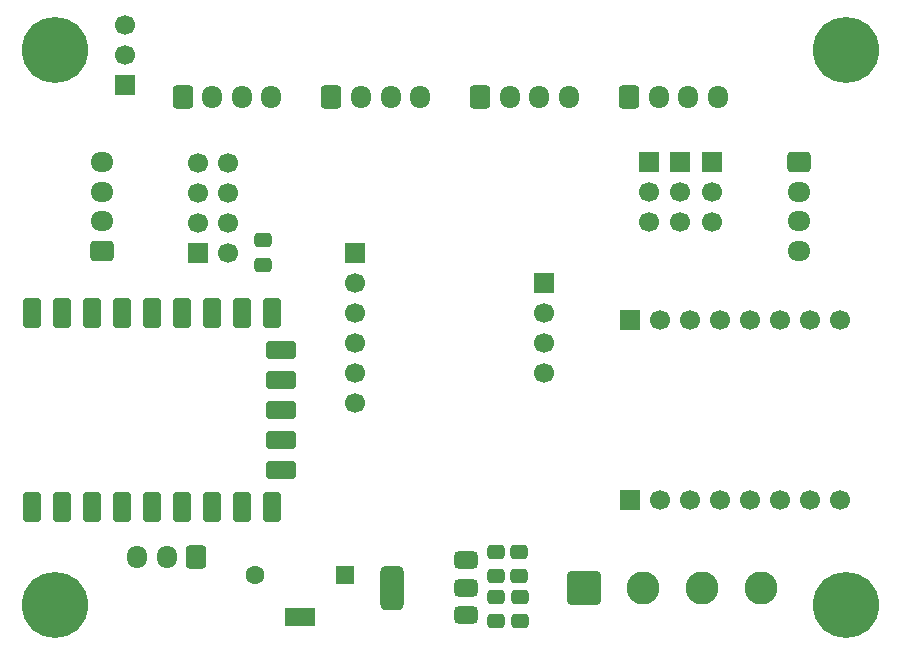
<source format=gbr>
%TF.GenerationSoftware,KiCad,Pcbnew,9.0.2*%
%TF.CreationDate,2025-07-15T20:25:20+05:30*%
%TF.ProjectId,peripherals-board-v2,70657269-7068-4657-9261-6c732d626f61,2*%
%TF.SameCoordinates,Original*%
%TF.FileFunction,Soldermask,Top*%
%TF.FilePolarity,Negative*%
%FSLAX46Y46*%
G04 Gerber Fmt 4.6, Leading zero omitted, Abs format (unit mm)*
G04 Created by KiCad (PCBNEW 9.0.2) date 2025-07-15 20:25:20*
%MOMM*%
%LPD*%
G01*
G04 APERTURE LIST*
G04 Aperture macros list*
%AMRoundRect*
0 Rectangle with rounded corners*
0 $1 Rounding radius*
0 $2 $3 $4 $5 $6 $7 $8 $9 X,Y pos of 4 corners*
0 Add a 4 corners polygon primitive as box body*
4,1,4,$2,$3,$4,$5,$6,$7,$8,$9,$2,$3,0*
0 Add four circle primitives for the rounded corners*
1,1,$1+$1,$2,$3*
1,1,$1+$1,$4,$5*
1,1,$1+$1,$6,$7*
1,1,$1+$1,$8,$9*
0 Add four rect primitives between the rounded corners*
20,1,$1+$1,$2,$3,$4,$5,0*
20,1,$1+$1,$4,$5,$6,$7,0*
20,1,$1+$1,$6,$7,$8,$9,0*
20,1,$1+$1,$8,$9,$2,$3,0*%
%AMFreePoly0*
4,1,6,1.000000,0.000000,0.500000,-0.750000,-0.500000,-0.750000,-0.500000,0.750000,0.500000,0.750000,1.000000,0.000000,1.000000,0.000000,$1*%
%AMFreePoly1*
4,1,6,0.500000,-0.750000,-0.650000,-0.750000,-0.150000,0.000000,-0.650000,0.750000,0.500000,0.750000,0.500000,-0.750000,0.500000,-0.750000,$1*%
G04 Aperture macros list end*
%ADD10RoundRect,0.250000X0.725000X-0.600000X0.725000X0.600000X-0.725000X0.600000X-0.725000X-0.600000X0*%
%ADD11O,1.950000X1.700000*%
%ADD12C,3.600000*%
%ADD13C,5.600000*%
%ADD14RoundRect,0.250000X-0.600000X-0.725000X0.600000X-0.725000X0.600000X0.725000X-0.600000X0.725000X0*%
%ADD15O,1.700000X1.950000*%
%ADD16RoundRect,0.250000X-0.475000X0.337500X-0.475000X-0.337500X0.475000X-0.337500X0.475000X0.337500X0*%
%ADD17RoundRect,0.250000X-0.725000X0.600000X-0.725000X-0.600000X0.725000X-0.600000X0.725000X0.600000X0*%
%ADD18RoundRect,0.400000X0.400000X-0.900000X0.400000X0.900000X-0.400000X0.900000X-0.400000X-0.900000X0*%
%ADD19RoundRect,0.400050X0.400050X-0.899950X0.400050X0.899950X-0.400050X0.899950X-0.400050X-0.899950X0*%
%ADD20RoundRect,0.400000X0.900000X-0.400000X0.900000X0.400000X-0.900000X0.400000X-0.900000X-0.400000X0*%
%ADD21RoundRect,0.393700X0.906300X-0.393700X0.906300X0.393700X-0.906300X0.393700X-0.906300X-0.393700X0*%
%ADD22R,1.700000X1.700000*%
%ADD23C,1.700000*%
%ADD24RoundRect,0.250001X-1.149999X-1.149999X1.149999X-1.149999X1.149999X1.149999X-1.149999X1.149999X0*%
%ADD25C,2.800000*%
%ADD26FreePoly0,180.000000*%
%ADD27FreePoly1,180.000000*%
%ADD28RoundRect,0.375000X0.625000X0.375000X-0.625000X0.375000X-0.625000X-0.375000X0.625000X-0.375000X0*%
%ADD29RoundRect,0.500000X0.500000X1.400000X-0.500000X1.400000X-0.500000X-1.400000X0.500000X-1.400000X0*%
%ADD30RoundRect,0.250000X0.600000X0.725000X-0.600000X0.725000X-0.600000X-0.725000X0.600000X-0.725000X0*%
%ADD31RoundRect,0.250000X0.550000X0.550000X-0.550000X0.550000X-0.550000X-0.550000X0.550000X-0.550000X0*%
%ADD32C,1.600000*%
G04 APERTURE END LIST*
%TO.C,JP1*%
G36*
X65005000Y-99745000D02*
G01*
X62555000Y-99745000D01*
X62555000Y-98245000D01*
X65005000Y-98245000D01*
X65005000Y-99745000D01*
G37*
%TD*%
D10*
%TO.C,J7*%
X46995000Y-68000000D03*
D11*
X46995000Y-65500000D03*
X46995000Y-63000000D03*
X46995000Y-60500000D03*
%TD*%
D12*
%TO.C,REF\u002A\u002A*%
X43000000Y-51000000D03*
D13*
X43000000Y-51000000D03*
%TD*%
D14*
%TO.C,J3*%
X91650000Y-55000000D03*
D15*
X94150000Y-55000000D03*
X96650000Y-55000000D03*
X99150000Y-55000000D03*
%TD*%
D16*
%TO.C,C3*%
X82335000Y-93457500D03*
X82335000Y-95532500D03*
%TD*%
D12*
%TO.C,REF\u002A\u002A*%
X110000000Y-98000000D03*
D13*
X110000000Y-98000000D03*
%TD*%
D17*
%TO.C,J6*%
X106000000Y-60490000D03*
D11*
X106000000Y-62990000D03*
X106000000Y-65490000D03*
X106000000Y-67990000D03*
%TD*%
D16*
%TO.C,C4*%
X82425000Y-97257500D03*
X82425000Y-99332500D03*
%TD*%
D18*
%TO.C,RZ1*%
X41086839Y-73210000D03*
X43626839Y-73210000D03*
X46166839Y-73210000D03*
X48706839Y-73210000D03*
X51246839Y-73210000D03*
D19*
X53786839Y-73210000D03*
X56326839Y-73210000D03*
X58866839Y-73210000D03*
X61406839Y-73210000D03*
D20*
X62216839Y-76350000D03*
D21*
X62216839Y-78890000D03*
X62216839Y-81430000D03*
X62216839Y-83970000D03*
X62216839Y-86510000D03*
D19*
X61406839Y-89650000D03*
X58866839Y-89650000D03*
X56326839Y-89650000D03*
X53786839Y-89650000D03*
X51246839Y-89650000D03*
X48706839Y-89650000D03*
X46166839Y-89650000D03*
X43626839Y-89650000D03*
X41086839Y-89650000D03*
%TD*%
D14*
%TO.C,J2*%
X79050000Y-54997500D03*
D15*
X81550000Y-54997500D03*
X84050000Y-54997500D03*
X86550000Y-54997500D03*
%TD*%
D16*
%TO.C,C5*%
X60685000Y-67077500D03*
X60685000Y-69152500D03*
%TD*%
D22*
%TO.C,U3*%
X91708200Y-89110000D03*
D23*
X94248200Y-89110000D03*
X96788200Y-89110000D03*
X99328200Y-89110000D03*
X101868200Y-89110000D03*
X104408200Y-89110000D03*
X106948200Y-89110000D03*
X109488200Y-89110000D03*
X109488200Y-73870000D03*
X106948200Y-73870000D03*
X104408200Y-73870000D03*
X101868200Y-73870000D03*
X99328200Y-73870000D03*
X96788200Y-73870000D03*
X94248200Y-73870000D03*
D22*
X91708200Y-73870000D03*
%TD*%
D12*
%TO.C,REF\u002A\u002A*%
X110000000Y-51000000D03*
D13*
X110000000Y-51000000D03*
%TD*%
D16*
%TO.C,C2*%
X80345000Y-97257500D03*
X80345000Y-99332500D03*
%TD*%
D24*
%TO.C,J1*%
X87850000Y-96500000D03*
D25*
X92850000Y-96500000D03*
X97850000Y-96500000D03*
X102850000Y-96500000D03*
%TD*%
D22*
%TO.C,U4*%
X68400000Y-68150000D03*
D23*
X68400000Y-70690000D03*
X68400000Y-73230000D03*
X68400000Y-75770000D03*
X68400000Y-78310000D03*
X68400000Y-80850000D03*
D22*
X84429320Y-70690000D03*
D23*
X84429320Y-73230000D03*
X84429320Y-75770000D03*
X84429320Y-78310000D03*
%TD*%
D26*
%TO.C,JP1*%
X64505000Y-98995000D03*
D27*
X63055000Y-98995000D03*
%TD*%
D28*
%TO.C,U1*%
X77875000Y-98790000D03*
X77875000Y-96490000D03*
D29*
X71575000Y-96490000D03*
D28*
X77875000Y-94190000D03*
%TD*%
D14*
%TO.C,J5*%
X66450000Y-55000000D03*
D15*
X68950000Y-55000000D03*
X71450000Y-55000000D03*
X73950000Y-55000000D03*
%TD*%
D12*
%TO.C,REF\u002A\u002A*%
X43000000Y-98000000D03*
D13*
X43000000Y-98000000D03*
%TD*%
D22*
%TO.C,J13*%
X98645000Y-60465000D03*
D23*
X98645000Y-63005000D03*
X98645000Y-65545000D03*
%TD*%
D22*
%TO.C,J11*%
X93325000Y-60465000D03*
D23*
X93325000Y-63005000D03*
X93325000Y-65545000D03*
%TD*%
D30*
%TO.C,J8*%
X55015000Y-93920000D03*
D15*
X52515000Y-93920000D03*
X50015000Y-93920000D03*
%TD*%
D22*
%TO.C,J10*%
X55117500Y-68130000D03*
D23*
X57657500Y-68130000D03*
X55117500Y-65590000D03*
X57657500Y-65590000D03*
X55117500Y-63050000D03*
X57657500Y-63050000D03*
X55117500Y-60510000D03*
X57657500Y-60510000D03*
%TD*%
D16*
%TO.C,C1*%
X80355000Y-93457500D03*
X80355000Y-95532500D03*
%TD*%
D22*
%TO.C,J9*%
X48965000Y-53955000D03*
D23*
X48965000Y-51415000D03*
X48965000Y-48875000D03*
%TD*%
D31*
%TO.C,SW1*%
X67585000Y-95390000D03*
D32*
X59965000Y-95390000D03*
%TD*%
D22*
%TO.C,J12*%
X95985000Y-60465000D03*
D23*
X95985000Y-63005000D03*
X95985000Y-65545000D03*
%TD*%
D14*
%TO.C,J4*%
X53850000Y-54995000D03*
D15*
X56350000Y-54995000D03*
X58850000Y-54995000D03*
X61350000Y-54995000D03*
%TD*%
M02*

</source>
